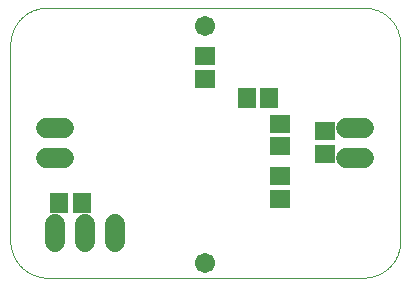
<source format=gbs>
G75*
%MOIN*%
%OFA0B0*%
%FSLAX25Y25*%
%IPPOS*%
%LPD*%
%AMOC8*
5,1,8,0,0,1.08239X$1,22.5*
%
%ADD10C,0.00394*%
%ADD11C,0.00400*%
%ADD12C,0.06706*%
%ADD13R,0.06706X0.05918*%
%ADD14R,0.05918X0.06706*%
%ADD15C,0.06800*%
D10*
X0014300Y0023933D02*
X0014001Y0023931D01*
X0013702Y0023936D01*
X0013403Y0023949D01*
X0013105Y0023969D01*
X0012807Y0023996D01*
X0012510Y0024030D01*
X0012214Y0024072D01*
X0011919Y0024121D01*
X0011625Y0024177D01*
X0011333Y0024240D01*
X0011042Y0024310D01*
X0010753Y0024388D01*
X0010466Y0024472D01*
X0010181Y0024563D01*
X0009899Y0024661D01*
X0009619Y0024766D01*
X0009342Y0024878D01*
X0009067Y0024997D01*
X0008796Y0025122D01*
X0008527Y0025254D01*
X0008262Y0025392D01*
X0008000Y0025537D01*
X0007742Y0025688D01*
X0007488Y0025845D01*
X0007237Y0026009D01*
X0006991Y0026178D01*
X0006749Y0026353D01*
X0006511Y0026535D01*
X0006278Y0026722D01*
X0006049Y0026914D01*
X0005825Y0027113D01*
X0005606Y0027316D01*
X0005392Y0027525D01*
X0005183Y0027739D01*
X0004980Y0027958D01*
X0004781Y0028182D01*
X0004589Y0028411D01*
X0004402Y0028644D01*
X0004220Y0028882D01*
X0004045Y0029124D01*
X0003876Y0029370D01*
X0003712Y0029621D01*
X0003555Y0029875D01*
X0003404Y0030133D01*
X0003259Y0030395D01*
X0003121Y0030660D01*
X0002989Y0030929D01*
X0002864Y0031200D01*
X0002745Y0031475D01*
X0002633Y0031752D01*
X0002528Y0032032D01*
X0002430Y0032314D01*
X0002339Y0032599D01*
X0002255Y0032886D01*
X0002177Y0033175D01*
X0002107Y0033466D01*
X0002044Y0033758D01*
X0001988Y0034052D01*
X0001939Y0034347D01*
X0001897Y0034643D01*
X0001863Y0034940D01*
X0001836Y0035238D01*
X0001816Y0035536D01*
X0001803Y0035835D01*
X0001798Y0036134D01*
X0001800Y0036433D01*
X0001800Y0101433D02*
X0001798Y0101732D01*
X0001803Y0102031D01*
X0001816Y0102330D01*
X0001836Y0102628D01*
X0001863Y0102926D01*
X0001897Y0103223D01*
X0001939Y0103519D01*
X0001988Y0103814D01*
X0002044Y0104108D01*
X0002107Y0104400D01*
X0002177Y0104691D01*
X0002255Y0104980D01*
X0002339Y0105267D01*
X0002430Y0105552D01*
X0002528Y0105834D01*
X0002633Y0106114D01*
X0002745Y0106391D01*
X0002864Y0106666D01*
X0002989Y0106937D01*
X0003121Y0107206D01*
X0003259Y0107471D01*
X0003404Y0107733D01*
X0003555Y0107991D01*
X0003712Y0108245D01*
X0003876Y0108496D01*
X0004045Y0108742D01*
X0004220Y0108984D01*
X0004402Y0109222D01*
X0004589Y0109455D01*
X0004781Y0109684D01*
X0004980Y0109908D01*
X0005183Y0110127D01*
X0005392Y0110341D01*
X0005606Y0110550D01*
X0005825Y0110753D01*
X0006049Y0110952D01*
X0006278Y0111144D01*
X0006511Y0111331D01*
X0006749Y0111513D01*
X0006991Y0111688D01*
X0007237Y0111857D01*
X0007488Y0112021D01*
X0007742Y0112178D01*
X0008000Y0112329D01*
X0008262Y0112474D01*
X0008527Y0112612D01*
X0008796Y0112744D01*
X0009067Y0112869D01*
X0009342Y0112988D01*
X0009619Y0113100D01*
X0009899Y0113205D01*
X0010181Y0113303D01*
X0010466Y0113394D01*
X0010753Y0113478D01*
X0011042Y0113556D01*
X0011333Y0113626D01*
X0011625Y0113689D01*
X0011919Y0113745D01*
X0012214Y0113794D01*
X0012510Y0113836D01*
X0012807Y0113870D01*
X0013105Y0113897D01*
X0013403Y0113917D01*
X0013702Y0113930D01*
X0014001Y0113935D01*
X0014300Y0113933D01*
X0119300Y0113933D02*
X0119599Y0113935D01*
X0119898Y0113930D01*
X0120197Y0113917D01*
X0120495Y0113897D01*
X0120793Y0113870D01*
X0121090Y0113836D01*
X0121386Y0113794D01*
X0121681Y0113745D01*
X0121975Y0113689D01*
X0122267Y0113626D01*
X0122558Y0113556D01*
X0122847Y0113478D01*
X0123134Y0113394D01*
X0123419Y0113303D01*
X0123701Y0113205D01*
X0123981Y0113100D01*
X0124258Y0112988D01*
X0124533Y0112869D01*
X0124804Y0112744D01*
X0125073Y0112612D01*
X0125338Y0112474D01*
X0125600Y0112329D01*
X0125858Y0112178D01*
X0126112Y0112021D01*
X0126363Y0111857D01*
X0126609Y0111688D01*
X0126851Y0111513D01*
X0127089Y0111331D01*
X0127322Y0111144D01*
X0127551Y0110952D01*
X0127775Y0110753D01*
X0127994Y0110550D01*
X0128208Y0110341D01*
X0128417Y0110127D01*
X0128620Y0109908D01*
X0128819Y0109684D01*
X0129011Y0109455D01*
X0129198Y0109222D01*
X0129380Y0108984D01*
X0129555Y0108742D01*
X0129724Y0108496D01*
X0129888Y0108245D01*
X0130045Y0107991D01*
X0130196Y0107733D01*
X0130341Y0107471D01*
X0130479Y0107206D01*
X0130611Y0106937D01*
X0130736Y0106666D01*
X0130855Y0106391D01*
X0130967Y0106114D01*
X0131072Y0105834D01*
X0131170Y0105552D01*
X0131261Y0105267D01*
X0131345Y0104980D01*
X0131423Y0104691D01*
X0131493Y0104400D01*
X0131556Y0104108D01*
X0131612Y0103814D01*
X0131661Y0103519D01*
X0131703Y0103223D01*
X0131737Y0102926D01*
X0131764Y0102628D01*
X0131784Y0102330D01*
X0131797Y0102031D01*
X0131802Y0101732D01*
X0131800Y0101433D01*
X0131800Y0036433D02*
X0131802Y0036134D01*
X0131797Y0035835D01*
X0131784Y0035536D01*
X0131764Y0035238D01*
X0131737Y0034940D01*
X0131703Y0034643D01*
X0131661Y0034347D01*
X0131612Y0034052D01*
X0131556Y0033758D01*
X0131493Y0033466D01*
X0131423Y0033175D01*
X0131345Y0032886D01*
X0131261Y0032599D01*
X0131170Y0032314D01*
X0131072Y0032032D01*
X0130967Y0031752D01*
X0130855Y0031475D01*
X0130736Y0031200D01*
X0130611Y0030929D01*
X0130479Y0030660D01*
X0130341Y0030395D01*
X0130196Y0030133D01*
X0130045Y0029875D01*
X0129888Y0029621D01*
X0129724Y0029370D01*
X0129555Y0029124D01*
X0129380Y0028882D01*
X0129198Y0028644D01*
X0129011Y0028411D01*
X0128819Y0028182D01*
X0128620Y0027958D01*
X0128417Y0027739D01*
X0128208Y0027525D01*
X0127994Y0027316D01*
X0127775Y0027113D01*
X0127551Y0026914D01*
X0127322Y0026722D01*
X0127089Y0026535D01*
X0126851Y0026353D01*
X0126609Y0026178D01*
X0126363Y0026009D01*
X0126112Y0025845D01*
X0125858Y0025688D01*
X0125600Y0025537D01*
X0125338Y0025392D01*
X0125073Y0025254D01*
X0124804Y0025122D01*
X0124533Y0024997D01*
X0124258Y0024878D01*
X0123981Y0024766D01*
X0123701Y0024661D01*
X0123419Y0024563D01*
X0123134Y0024472D01*
X0122847Y0024388D01*
X0122558Y0024310D01*
X0122267Y0024240D01*
X0121975Y0024177D01*
X0121681Y0024121D01*
X0121386Y0024072D01*
X0121090Y0024030D01*
X0120793Y0023996D01*
X0120495Y0023969D01*
X0120197Y0023949D01*
X0119898Y0023936D01*
X0119599Y0023931D01*
X0119300Y0023933D01*
D11*
X0014300Y0023933D01*
X0001800Y0036433D02*
X0001800Y0101433D01*
X0014300Y0113933D02*
X0119300Y0113933D01*
X0131800Y0101433D02*
X0131800Y0036433D01*
D12*
X0066800Y0028933D03*
X0066800Y0107673D03*
D13*
X0066800Y0097673D03*
X0066800Y0090193D03*
X0091800Y0075173D03*
X0091800Y0067693D03*
X0091800Y0057673D03*
X0091800Y0050193D03*
X0106800Y0065193D03*
X0106800Y0072673D03*
D14*
X0088040Y0083933D03*
X0080560Y0083933D03*
X0025540Y0048933D03*
X0018060Y0048933D03*
D15*
X0016800Y0041933D02*
X0016800Y0035933D01*
X0026800Y0035933D02*
X0026800Y0041933D01*
X0036800Y0041933D02*
X0036800Y0035933D01*
X0019800Y0063933D02*
X0013800Y0063933D01*
X0013800Y0073933D02*
X0019800Y0073933D01*
X0113800Y0073933D02*
X0119800Y0073933D01*
X0119800Y0063933D02*
X0113800Y0063933D01*
M02*

</source>
